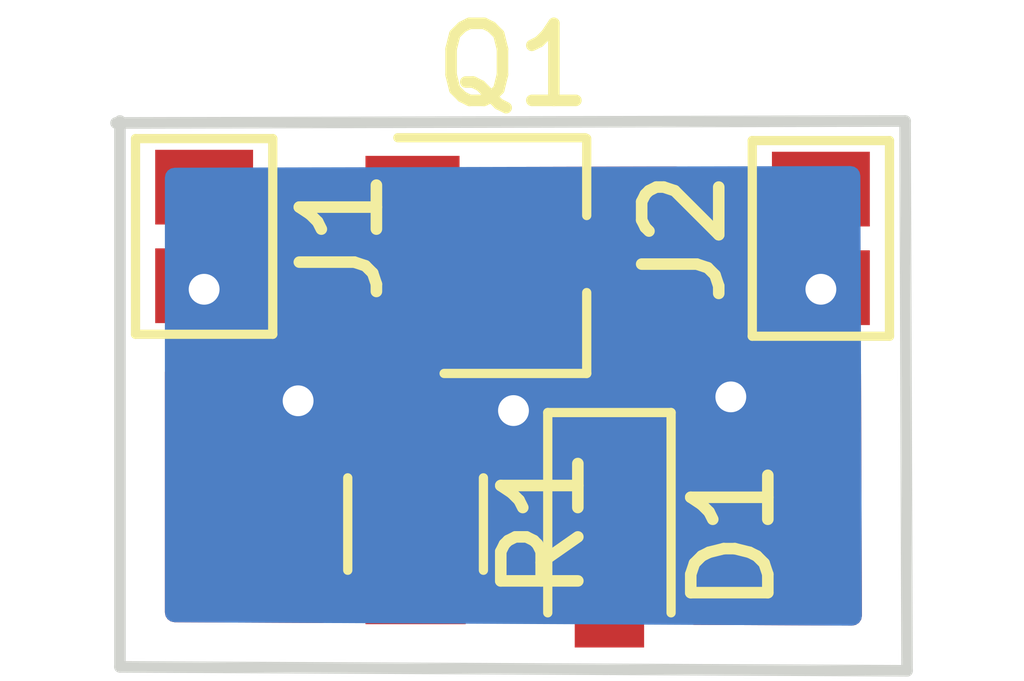
<source format=kicad_pcb>
(kicad_pcb (version 20171130) (host pcbnew "(5.0.1-3-g963ef8bb5)")

  (general
    (thickness 1.6)
    (drawings 4)
    (tracks 18)
    (zones 0)
    (modules 5)
    (nets 5)
  )

  (page A4)
  (layers
    (0 F.Cu signal)
    (31 B.Cu signal)
    (32 B.Adhes user)
    (33 F.Adhes user)
    (34 B.Paste user)
    (35 F.Paste user)
    (36 B.SilkS user)
    (37 F.SilkS user)
    (38 B.Mask user)
    (39 F.Mask user)
    (40 Dwgs.User user)
    (41 Cmts.User user)
    (42 Eco1.User user)
    (43 Eco2.User user)
    (44 Edge.Cuts user)
    (45 Margin user)
    (46 B.CrtYd user)
    (47 F.CrtYd user)
    (48 B.Fab user)
    (49 F.Fab user)
  )

  (setup
    (last_trace_width 0.25)
    (trace_clearance 0.2)
    (zone_clearance 0.508)
    (zone_45_only no)
    (trace_min 0.2)
    (segment_width 0.2)
    (edge_width 0.15)
    (via_size 0.8)
    (via_drill 0.4)
    (via_min_size 0.4)
    (via_min_drill 0.3)
    (uvia_size 0.3)
    (uvia_drill 0.1)
    (uvias_allowed no)
    (uvia_min_size 0.2)
    (uvia_min_drill 0.1)
    (pcb_text_width 0.3)
    (pcb_text_size 1.5 1.5)
    (mod_edge_width 0.15)
    (mod_text_size 1 1)
    (mod_text_width 0.15)
    (pad_size 1.524 1.524)
    (pad_drill 0.762)
    (pad_to_mask_clearance 0.051)
    (solder_mask_min_width 0.25)
    (aux_axis_origin 0 0)
    (visible_elements FFFFFF7F)
    (pcbplotparams
      (layerselection 0x010fc_ffffffff)
      (usegerberextensions false)
      (usegerberattributes false)
      (usegerberadvancedattributes false)
      (creategerberjobfile false)
      (excludeedgelayer true)
      (linewidth 0.100000)
      (plotframeref false)
      (viasonmask false)
      (mode 1)
      (useauxorigin false)
      (hpglpennumber 1)
      (hpglpenspeed 20)
      (hpglpendiameter 15.000000)
      (psnegative false)
      (psa4output false)
      (plotreference true)
      (plotvalue true)
      (plotinvisibletext false)
      (padsonsilk false)
      (subtractmaskfromsilk false)
      (outputformat 4)
      (mirror false)
      (drillshape 0)
      (scaleselection 1)
      (outputdirectory "/Users/r-w/Desktop/"))
  )

  (net 0 "")
  (net 1 "Net-(D1-Pad2)")
  (net 2 "Net-(D1-Pad1)")
  (net 3 "Net-(J1-Pad1)")
  (net 4 GND)

  (net_class Default "This is the default net class."
    (clearance 0.2)
    (trace_width 0.25)
    (via_dia 0.8)
    (via_drill 0.4)
    (uvia_dia 0.3)
    (uvia_drill 0.1)
    (add_net GND)
    (add_net "Net-(D1-Pad1)")
    (add_net "Net-(D1-Pad2)")
    (add_net "Net-(J1-Pad1)")
  )

  (module Diodes_SMD:D_0805 (layer F.Cu) (tedit 590CE9A4) (tstamp 5C67B5E7)
    (at 149.5552 104.2416 270)
    (descr "Diode SMD in 0805 package http://datasheets.avx.com/schottky.pdf")
    (tags "smd diode")
    (path /5C67F5C0)
    (attr smd)
    (fp_text reference D1 (at 0 -1.6 270) (layer F.SilkS)
      (effects (font (size 1 1) (thickness 0.15)))
    )
    (fp_text value 10V (at 0 1.7 270) (layer F.Fab)
      (effects (font (size 1 1) (thickness 0.15)))
    )
    (fp_line (start -1.6 -0.8) (end 1 -0.8) (layer F.SilkS) (width 0.12))
    (fp_line (start -1.6 0.8) (end 1 0.8) (layer F.SilkS) (width 0.12))
    (fp_line (start -1 -0.65) (end 1 -0.65) (layer F.Fab) (width 0.1))
    (fp_line (start 1 -0.65) (end 1 0.65) (layer F.Fab) (width 0.1))
    (fp_line (start 1 0.65) (end -1 0.65) (layer F.Fab) (width 0.1))
    (fp_line (start -1 0.65) (end -1 -0.65) (layer F.Fab) (width 0.1))
    (fp_line (start 0.2 -0.2) (end -0.1 0) (layer F.Fab) (width 0.1))
    (fp_line (start -0.1 0) (end 0.2 0.2) (layer F.Fab) (width 0.1))
    (fp_line (start 0.2 0.2) (end 0.2 -0.2) (layer F.Fab) (width 0.1))
    (fp_line (start -0.1 -0.2) (end -0.1 0.2) (layer F.Fab) (width 0.1))
    (fp_line (start -0.1 0) (end -0.3 0) (layer F.Fab) (width 0.1))
    (fp_line (start 0.2 0) (end 0.4 0) (layer F.Fab) (width 0.1))
    (fp_line (start -1.7 -0.88) (end 1.7 -0.88) (layer F.CrtYd) (width 0.05))
    (fp_line (start 1.7 -0.88) (end 1.7 0.88) (layer F.CrtYd) (width 0.05))
    (fp_line (start 1.7 0.88) (end -1.7 0.88) (layer F.CrtYd) (width 0.05))
    (fp_line (start -1.7 0.88) (end -1.7 -0.88) (layer F.CrtYd) (width 0.05))
    (fp_line (start -1.6 -0.8) (end -1.6 0.8) (layer F.SilkS) (width 0.12))
    (fp_text user %R (at 0 -1.6 270) (layer F.Fab)
      (effects (font (size 1 1) (thickness 0.15)))
    )
    (pad 2 smd rect (at 1.05 0 270) (size 0.8 0.9) (layers F.Cu F.Paste F.Mask)
      (net 1 "Net-(D1-Pad2)"))
    (pad 1 smd rect (at -1.05 0 270) (size 0.8 0.9) (layers F.Cu F.Paste F.Mask)
      (net 2 "Net-(D1-Pad1)"))
    (model ${KISYS3DMOD}/Diodes_SMD.3dshapes/D_0805.wrl
      (at (xyz 0 0 0))
      (scale (xyz 1 1 1))
      (rotate (xyz 0 0 0))
    )
  )

  (module TO_SOT_Packages_SMD:TSOT-23 (layer F.Cu) (tedit 58CE4E80) (tstamp 5C67B5FC)
    (at 148.3106 100.584)
    (descr "3-pin TSOT23 package, http://www.analog.com.tw/pdf/All_In_One.pdf")
    (tags TSOT-23)
    (path /5C67F31F)
    (attr smd)
    (fp_text reference Q1 (at 0 -2.45) (layer F.SilkS)
      (effects (font (size 1 1) (thickness 0.15)))
    )
    (fp_text value AO3401 (at 0 2.5) (layer F.Fab)
      (effects (font (size 1 1) (thickness 0.15)))
    )
    (fp_line (start 2.17 1.7) (end -2.17 1.7) (layer F.CrtYd) (width 0.05))
    (fp_line (start 2.17 1.7) (end 2.17 -1.7) (layer F.CrtYd) (width 0.05))
    (fp_line (start -2.17 -1.7) (end -2.17 1.7) (layer F.CrtYd) (width 0.05))
    (fp_line (start -2.17 -1.7) (end 2.17 -1.7) (layer F.CrtYd) (width 0.05))
    (fp_line (start 0.88 -1.45) (end 0.88 1.45) (layer F.Fab) (width 0.1))
    (fp_line (start 0.88 1.45) (end -0.88 1.45) (layer F.Fab) (width 0.1))
    (fp_line (start -0.88 -1) (end -0.88 1.45) (layer F.Fab) (width 0.1))
    (fp_line (start 0.88 -1.45) (end -0.43 -1.45) (layer F.Fab) (width 0.1))
    (fp_line (start -0.88 -1) (end -0.43 -1.45) (layer F.Fab) (width 0.1))
    (fp_line (start 0.93 -1.51) (end -1.5 -1.51) (layer F.SilkS) (width 0.12))
    (fp_line (start 0.95 -1.5) (end 0.95 -0.5) (layer F.SilkS) (width 0.12))
    (fp_line (start 0.95 1.55) (end -0.9 1.55) (layer F.SilkS) (width 0.12))
    (fp_line (start 0.95 0.5) (end 0.95 1.55) (layer F.SilkS) (width 0.12))
    (fp_text user %R (at 0 0 90) (layer F.Fab)
      (effects (font (size 0.5 0.5) (thickness 0.075)))
    )
    (pad 3 smd rect (at 1.31 0) (size 1.22 0.65) (layers F.Cu F.Paste F.Mask)
      (net 2 "Net-(D1-Pad1)"))
    (pad 2 smd rect (at -1.31 0.95) (size 1.22 0.65) (layers F.Cu F.Paste F.Mask)
      (net 1 "Net-(D1-Pad2)"))
    (pad 1 smd rect (at -1.31 -0.95) (size 1.22 0.65) (layers F.Cu F.Paste F.Mask)
      (net 3 "Net-(J1-Pad1)"))
    (model ${KISYS3DMOD}/TO_SOT_Packages_SMD.3dshapes/TSOT-23.wrl
      (at (xyz 0 0 0))
      (scale (xyz 1 1 1))
      (rotate (xyz 0 0 0))
    )
  )

  (module Resistors_SMD:R_0805 (layer F.Cu) (tedit 58E0A804) (tstamp 5C67B73C)
    (at 147.0406 104.0892 270)
    (descr "Resistor SMD 0805, reflow soldering, Vishay (see dcrcw.pdf)")
    (tags "resistor 0805")
    (path /5C67F44D)
    (attr smd)
    (fp_text reference R1 (at 0 -1.65 270) (layer F.SilkS)
      (effects (font (size 1 1) (thickness 0.15)))
    )
    (fp_text value 100K (at 0 1.75 270) (layer F.Fab)
      (effects (font (size 1 1) (thickness 0.15)))
    )
    (fp_line (start 1.55 0.9) (end -1.55 0.9) (layer F.CrtYd) (width 0.05))
    (fp_line (start 1.55 0.9) (end 1.55 -0.9) (layer F.CrtYd) (width 0.05))
    (fp_line (start -1.55 -0.9) (end -1.55 0.9) (layer F.CrtYd) (width 0.05))
    (fp_line (start -1.55 -0.9) (end 1.55 -0.9) (layer F.CrtYd) (width 0.05))
    (fp_line (start -0.6 -0.88) (end 0.6 -0.88) (layer F.SilkS) (width 0.12))
    (fp_line (start 0.6 0.88) (end -0.6 0.88) (layer F.SilkS) (width 0.12))
    (fp_line (start -1 -0.62) (end 1 -0.62) (layer F.Fab) (width 0.1))
    (fp_line (start 1 -0.62) (end 1 0.62) (layer F.Fab) (width 0.1))
    (fp_line (start 1 0.62) (end -1 0.62) (layer F.Fab) (width 0.1))
    (fp_line (start -1 0.62) (end -1 -0.62) (layer F.Fab) (width 0.1))
    (fp_text user %R (at 0 0 270) (layer F.Fab)
      (effects (font (size 0.5 0.5) (thickness 0.075)))
    )
    (pad 2 smd rect (at 0.95 0 270) (size 0.7 1.3) (layers F.Cu F.Paste F.Mask)
      (net 4 GND))
    (pad 1 smd rect (at -0.95 0 270) (size 0.7 1.3) (layers F.Cu F.Paste F.Mask)
      (net 1 "Net-(D1-Pad2)"))
    (model ${KISYS3DMOD}/Resistors_SMD.3dshapes/R_0805.wrl
      (at (xyz 0 0 0))
      (scale (xyz 1 1 1))
      (rotate (xyz 0 0 0))
    )
  )

  (module Connectors:GS2 (layer F.Cu) (tedit 586134A1) (tstamp 5C67B95B)
    (at 144.2974 100.3554)
    (descr "2-pin solder bridge")
    (tags "solder bridge")
    (path /5C683F51)
    (attr smd)
    (fp_text reference J1 (at 1.78 0 90) (layer F.SilkS)
      (effects (font (size 1 1) (thickness 0.15)))
    )
    (fp_text value Input (at -1.8 0 90) (layer F.Fab)
      (effects (font (size 1 1) (thickness 0.15)))
    )
    (fp_line (start -0.89 -1.27) (end 0.89 -1.27) (layer F.SilkS) (width 0.12))
    (fp_line (start 0.89 1.27) (end -0.89 1.27) (layer F.SilkS) (width 0.12))
    (fp_line (start 0.89 1.27) (end 0.89 -1.27) (layer F.SilkS) (width 0.12))
    (fp_line (start -0.89 -1.27) (end -0.89 1.27) (layer F.SilkS) (width 0.12))
    (fp_line (start -1.1 -1.45) (end 1.1 -1.45) (layer F.CrtYd) (width 0.05))
    (fp_line (start -1.1 1.5) (end -1.1 -1.45) (layer F.CrtYd) (width 0.05))
    (fp_line (start 1.1 1.5) (end -1.1 1.5) (layer F.CrtYd) (width 0.05))
    (fp_line (start 1.1 -1.45) (end 1.1 1.5) (layer F.CrtYd) (width 0.05))
    (pad 2 smd rect (at 0 0.64) (size 1.27 0.97) (layers F.Cu F.Paste F.Mask)
      (net 4 GND))
    (pad 1 smd rect (at 0 -0.64) (size 1.27 0.97) (layers F.Cu F.Paste F.Mask)
      (net 3 "Net-(J1-Pad1)"))
  )

  (module Connectors:GS2 (layer F.Cu) (tedit 586134A1) (tstamp 5C67B969)
    (at 152.2984 100.3808 180)
    (descr "2-pin solder bridge")
    (tags "solder bridge")
    (path /5C684726)
    (attr smd)
    (fp_text reference J2 (at 1.78 0 270) (layer F.SilkS)
      (effects (font (size 1 1) (thickness 0.15)))
    )
    (fp_text value Output (at -1.8 0 270) (layer F.Fab)
      (effects (font (size 1 1) (thickness 0.15)))
    )
    (fp_line (start 1.1 -1.45) (end 1.1 1.5) (layer F.CrtYd) (width 0.05))
    (fp_line (start 1.1 1.5) (end -1.1 1.5) (layer F.CrtYd) (width 0.05))
    (fp_line (start -1.1 1.5) (end -1.1 -1.45) (layer F.CrtYd) (width 0.05))
    (fp_line (start -1.1 -1.45) (end 1.1 -1.45) (layer F.CrtYd) (width 0.05))
    (fp_line (start -0.89 -1.27) (end -0.89 1.27) (layer F.SilkS) (width 0.12))
    (fp_line (start 0.89 1.27) (end 0.89 -1.27) (layer F.SilkS) (width 0.12))
    (fp_line (start 0.89 1.27) (end -0.89 1.27) (layer F.SilkS) (width 0.12))
    (fp_line (start -0.89 -1.27) (end 0.89 -1.27) (layer F.SilkS) (width 0.12))
    (pad 1 smd rect (at 0 -0.64 180) (size 1.27 0.97) (layers F.Cu F.Paste F.Mask)
      (net 4 GND))
    (pad 2 smd rect (at 0 0.64 180) (size 1.27 0.97) (layers F.Cu F.Paste F.Mask)
      (net 2 "Net-(D1-Pad1)"))
  )

  (gr_line (start 143.2052 105.9434) (end 143.2052 98.8568) (layer Edge.Cuts) (width 0.15))
  (gr_line (start 153.416 105.9942) (end 143.2052 105.9434) (layer Edge.Cuts) (width 0.15))
  (gr_line (start 153.3906 98.8568) (end 153.416 105.9942) (layer Edge.Cuts) (width 0.15))
  (gr_line (start 143.1544 98.8822) (end 153.3906 98.8568) (layer Edge.Cuts) (width 0.15))

  (via (at 152.2984 101.0412) (size 0.8) (drill 0.4) (layers F.Cu B.Cu) (net 4))
  (via (at 144.2974 101.0412) (size 0.8) (drill 0.4) (layers F.Cu B.Cu) (net 4))
  (segment (start 147.0006 103.0992) (end 147.0406 103.1392) (width 0.25) (layer F.Cu) (net 1))
  (segment (start 147.0006 101.534) (end 147.0006 103.0992) (width 0.25) (layer F.Cu) (net 1))
  (segment (start 149.5052 105.2916) (end 149.5552 105.2916) (width 0.25) (layer F.Cu) (net 1))
  (segment (start 147.3528 103.1392) (end 149.5052 105.2916) (width 0.25) (layer F.Cu) (net 1))
  (segment (start 147.0406 103.1392) (end 147.3528 103.1392) (width 0.25) (layer F.Cu) (net 1))
  (segment (start 149.6206 103.1262) (end 149.5552 103.1916) (width 0.25) (layer F.Cu) (net 2))
  (segment (start 149.6206 100.584) (end 149.6206 103.1262) (width 0.25) (layer F.Cu) (net 2))
  (segment (start 150.4806 100.584) (end 151.3238 99.7408) (width 0.25) (layer F.Cu) (net 2))
  (segment (start 151.4134 99.7408) (end 152.2984 99.7408) (width 0.25) (layer F.Cu) (net 2))
  (segment (start 151.3238 99.7408) (end 151.4134 99.7408) (width 0.25) (layer F.Cu) (net 2))
  (segment (start 149.6206 100.584) (end 150.4806 100.584) (width 0.25) (layer F.Cu) (net 2))
  (segment (start 146.9192 99.7154) (end 147.0006 99.634) (width 0.25) (layer F.Cu) (net 3))
  (segment (start 144.2974 99.7154) (end 146.9192 99.7154) (width 0.25) (layer F.Cu) (net 3))
  (via (at 151.13 102.4382) (size 0.8) (drill 0.4) (layers F.Cu B.Cu) (net 4))
  (via (at 145.5166 102.489) (size 0.8) (drill 0.4) (layers F.Cu B.Cu) (net 4))
  (via (at 148.3106 102.616) (size 0.8) (drill 0.4) (layers F.Cu B.Cu) (net 4))

  (zone (net 4) (net_name GND) (layer F.Cu) (tstamp 5C67BC35) (hatch edge 0.508)
    (connect_pads (clearance 0.508))
    (min_thickness 0.254)
    (fill yes (arc_segments 16) (thermal_gap 0.508) (thermal_bridge_width 0.508))
    (polygon
      (pts
        (xy 143.2052 98.9076) (xy 153.3906 98.8568) (xy 153.416 105.9942) (xy 143.2306 105.918) (xy 143.2306 98.9076)
      )
    )
    (filled_polygon
      (pts
        (xy 152.4254 100.8938) (xy 152.4454 100.8938) (xy 152.4454 101.1478) (xy 152.4254 101.1478) (xy 152.4254 101.98205)
        (xy 152.58415 102.1408) (xy 152.692283 102.1408) (xy 152.703457 105.280647) (xy 150.65264 105.270443) (xy 150.65264 104.8916)
        (xy 150.603357 104.643835) (xy 150.463009 104.433791) (xy 150.252965 104.293443) (xy 150.0052 104.24416) (xy 149.532562 104.24416)
        (xy 149.527442 104.23904) (xy 150.0052 104.23904) (xy 150.252965 104.189757) (xy 150.463009 104.049409) (xy 150.603357 103.839365)
        (xy 150.65264 103.5916) (xy 150.65264 102.7916) (xy 150.603357 102.543835) (xy 150.463009 102.333791) (xy 150.3806 102.278727)
        (xy 150.3806 101.526603) (xy 150.478365 101.507157) (xy 150.688409 101.366809) (xy 150.726366 101.310003) (xy 150.777137 101.299904)
        (xy 151.0284 101.132015) (xy 151.0284 101.147802) (xy 151.187148 101.147802) (xy 151.0284 101.30655) (xy 151.0284 101.63211)
        (xy 151.125073 101.865499) (xy 151.303702 102.044127) (xy 151.537091 102.1408) (xy 152.01265 102.1408) (xy 152.1714 101.98205)
        (xy 152.1714 101.1478) (xy 152.1514 101.1478) (xy 152.1514 100.8938) (xy 152.1714 100.8938) (xy 152.1714 100.8738)
        (xy 152.4254 100.8738)
      )
    )
    (filled_polygon
      (pts
        (xy 146.142835 100.557157) (xy 146.277785 100.584) (xy 146.142835 100.610843) (xy 145.932791 100.751191) (xy 145.792443 100.961235)
        (xy 145.74316 101.209) (xy 145.74316 101.859) (xy 145.792443 102.106765) (xy 145.932791 102.316809) (xy 145.943703 102.3241)
        (xy 145.932791 102.331391) (xy 145.792443 102.541435) (xy 145.74316 102.7892) (xy 145.74316 103.4892) (xy 145.792443 103.736965)
        (xy 145.932791 103.947009) (xy 146.142835 104.087357) (xy 146.170809 104.092921) (xy 146.030901 104.150873) (xy 145.852273 104.329502)
        (xy 145.7556 104.562891) (xy 145.7556 104.75345) (xy 145.91435 104.9122) (xy 146.9136 104.9122) (xy 146.9136 104.8922)
        (xy 147.1676 104.8922) (xy 147.1676 104.9122) (xy 147.1876 104.9122) (xy 147.1876 105.1662) (xy 147.1676 105.1662)
        (xy 147.1676 105.1862) (xy 146.9136 105.1862) (xy 146.9136 105.1662) (xy 145.91435 105.1662) (xy 145.83408 105.24647)
        (xy 143.9152 105.236924) (xy 143.9152 102.1154) (xy 144.01165 102.1154) (xy 144.1704 101.95665) (xy 144.1704 101.1224)
        (xy 144.4244 101.1224) (xy 144.4244 101.95665) (xy 144.58315 102.1154) (xy 145.058709 102.1154) (xy 145.292098 102.018727)
        (xy 145.470727 101.840099) (xy 145.5674 101.60671) (xy 145.5674 101.28115) (xy 145.40865 101.1224) (xy 144.4244 101.1224)
        (xy 144.1704 101.1224) (xy 144.1504 101.1224) (xy 144.1504 100.8684) (xy 144.1704 100.8684) (xy 144.1704 100.8484)
        (xy 144.4244 100.8484) (xy 144.4244 100.8684) (xy 145.40865 100.8684) (xy 145.5674 100.70965) (xy 145.5674 100.4754)
        (xy 146.020478 100.4754)
      )
    )
    (filled_polygon
      (pts
        (xy 150.353744 99.636055) (xy 150.2306 99.61156) (xy 149.0106 99.61156) (xy 148.762835 99.660843) (xy 148.552791 99.801191)
        (xy 148.412443 100.011235) (xy 148.36316 100.259) (xy 148.36316 100.909) (xy 148.412443 101.156765) (xy 148.552791 101.366809)
        (xy 148.762835 101.507157) (xy 148.8606 101.526604) (xy 148.860601 102.192813) (xy 148.857435 102.193443) (xy 148.647391 102.333791)
        (xy 148.507043 102.543835) (xy 148.45776 102.7916) (xy 148.45776 103.169359) (xy 148.33804 103.049639) (xy 148.33804 102.7892)
        (xy 148.288757 102.541435) (xy 148.148409 102.331391) (xy 148.086366 102.289935) (xy 148.208757 102.106765) (xy 148.25804 101.859)
        (xy 148.25804 101.209) (xy 148.208757 100.961235) (xy 148.068409 100.751191) (xy 147.858365 100.610843) (xy 147.723415 100.584)
        (xy 147.858365 100.557157) (xy 148.068409 100.416809) (xy 148.208757 100.206765) (xy 148.25804 99.959) (xy 148.25804 99.579538)
        (xy 150.415614 99.574184)
      )
    )
  )
  (zone (net 4) (net_name GND) (layer B.Cu) (tstamp 5C67BC32) (hatch edge 0.508)
    (connect_pads (clearance 0.508))
    (min_thickness 0.254)
    (fill yes (arc_segments 16) (thermal_gap 0.508) (thermal_bridge_width 0.508))
    (polygon
      (pts
        (xy 143.2052 98.9076) (xy 153.3652 98.8822) (xy 153.3906 105.9942) (xy 143.2052 105.9434) (xy 143.2052 98.8822)
      )
    )
    (filled_polygon
      (pts
        (xy 152.703457 105.280647) (xy 143.9152 105.236924) (xy 143.9152 99.590314) (xy 152.683129 99.568557)
      )
    )
  )
)

</source>
